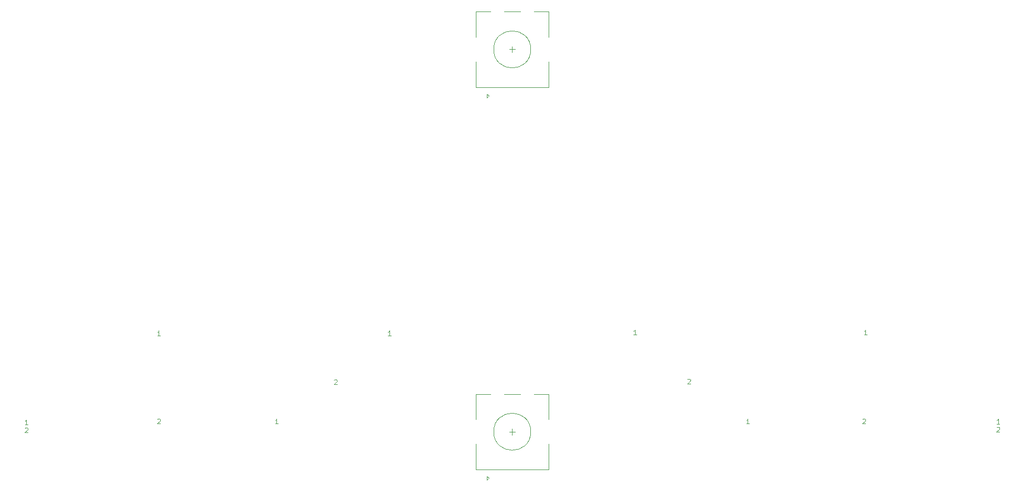
<source format=gbr>
%TF.GenerationSoftware,KiCad,Pcbnew,(7.0.0)*%
%TF.CreationDate,2023-12-26T23:33:14+01:00*%
%TF.ProjectId,Infernum HS,496e6665-726e-4756-9d20-48532e6b6963,rev?*%
%TF.SameCoordinates,Original*%
%TF.FileFunction,Legend,Top*%
%TF.FilePolarity,Positive*%
%FSLAX46Y46*%
G04 Gerber Fmt 4.6, Leading zero omitted, Abs format (unit mm)*
G04 Created by KiCad (PCBNEW (7.0.0)) date 2023-12-26 23:33:14*
%MOMM*%
%LPD*%
G01*
G04 APERTURE LIST*
%ADD10C,0.100000*%
%ADD11C,0.120000*%
G04 APERTURE END LIST*
D10*
X79603571Y-152839654D02*
X79146428Y-152839654D01*
X79375000Y-152839654D02*
X79375000Y-152039654D01*
X79375000Y-152039654D02*
X79298809Y-152153940D01*
X79298809Y-152153940D02*
X79222619Y-152230130D01*
X79222619Y-152230130D02*
X79146428Y-152268226D01*
X79146428Y-153411845D02*
X79184524Y-153373750D01*
X79184524Y-153373750D02*
X79260714Y-153335654D01*
X79260714Y-153335654D02*
X79451190Y-153335654D01*
X79451190Y-153335654D02*
X79527381Y-153373750D01*
X79527381Y-153373750D02*
X79565476Y-153411845D01*
X79565476Y-153411845D02*
X79603571Y-153488035D01*
X79603571Y-153488035D02*
X79603571Y-153564226D01*
X79603571Y-153564226D02*
X79565476Y-153678511D01*
X79565476Y-153678511D02*
X79108333Y-154135654D01*
X79108333Y-154135654D02*
X79603571Y-154135654D01*
X120084821Y-152693904D02*
X119627678Y-152693904D01*
X119856250Y-152693904D02*
X119856250Y-151893904D01*
X119856250Y-151893904D02*
X119780059Y-152008190D01*
X119780059Y-152008190D02*
X119703869Y-152084380D01*
X119703869Y-152084380D02*
X119627678Y-152122476D01*
X100577678Y-151970095D02*
X100615774Y-151932000D01*
X100615774Y-151932000D02*
X100691964Y-151893904D01*
X100691964Y-151893904D02*
X100882440Y-151893904D01*
X100882440Y-151893904D02*
X100958631Y-151932000D01*
X100958631Y-151932000D02*
X100996726Y-151970095D01*
X100996726Y-151970095D02*
X101034821Y-152046285D01*
X101034821Y-152046285D02*
X101034821Y-152122476D01*
X101034821Y-152122476D02*
X100996726Y-152236761D01*
X100996726Y-152236761D02*
X100539583Y-152693904D01*
X100539583Y-152693904D02*
X101034821Y-152693904D01*
X138341071Y-138406404D02*
X137883928Y-138406404D01*
X138112500Y-138406404D02*
X138112500Y-137606404D01*
X138112500Y-137606404D02*
X138036309Y-137720690D01*
X138036309Y-137720690D02*
X137960119Y-137796880D01*
X137960119Y-137796880D02*
X137883928Y-137834976D01*
X101034821Y-138406404D02*
X100577678Y-138406404D01*
X100806250Y-138406404D02*
X100806250Y-137606404D01*
X100806250Y-137606404D02*
X100730059Y-137720690D01*
X100730059Y-137720690D02*
X100653869Y-137796880D01*
X100653869Y-137796880D02*
X100577678Y-137834976D01*
X101034821Y-138406404D02*
X100577678Y-138406404D01*
X100806250Y-138406404D02*
X100806250Y-137606404D01*
X100806250Y-137606404D02*
X100730059Y-137720690D01*
X100730059Y-137720690D02*
X100653869Y-137796880D01*
X100653869Y-137796880D02*
X100577678Y-137834976D01*
X196284821Y-152693904D02*
X195827678Y-152693904D01*
X196056250Y-152693904D02*
X196056250Y-151893904D01*
X196056250Y-151893904D02*
X195980059Y-152008190D01*
X195980059Y-152008190D02*
X195903869Y-152084380D01*
X195903869Y-152084380D02*
X195827678Y-152122476D01*
X186302678Y-145493095D02*
X186340774Y-145455000D01*
X186340774Y-145455000D02*
X186416964Y-145416904D01*
X186416964Y-145416904D02*
X186607440Y-145416904D01*
X186607440Y-145416904D02*
X186683631Y-145455000D01*
X186683631Y-145455000D02*
X186721726Y-145493095D01*
X186721726Y-145493095D02*
X186759821Y-145569285D01*
X186759821Y-145569285D02*
X186759821Y-145645476D01*
X186759821Y-145645476D02*
X186721726Y-145759761D01*
X186721726Y-145759761D02*
X186264583Y-146216904D01*
X186264583Y-146216904D02*
X186759821Y-146216904D01*
X120084821Y-152693904D02*
X119627678Y-152693904D01*
X119856250Y-152693904D02*
X119856250Y-151893904D01*
X119856250Y-151893904D02*
X119780059Y-152008190D01*
X119780059Y-152008190D02*
X119703869Y-152084380D01*
X119703869Y-152084380D02*
X119627678Y-152122476D01*
X178028571Y-138279404D02*
X177571428Y-138279404D01*
X177800000Y-138279404D02*
X177800000Y-137479404D01*
X177800000Y-137479404D02*
X177723809Y-137593690D01*
X177723809Y-137593690D02*
X177647619Y-137669880D01*
X177647619Y-137669880D02*
X177571428Y-137707976D01*
X236766071Y-152712654D02*
X236308928Y-152712654D01*
X236537500Y-152712654D02*
X236537500Y-151912654D01*
X236537500Y-151912654D02*
X236461309Y-152026940D01*
X236461309Y-152026940D02*
X236385119Y-152103130D01*
X236385119Y-152103130D02*
X236308928Y-152141226D01*
X236308928Y-153284845D02*
X236347024Y-153246750D01*
X236347024Y-153246750D02*
X236423214Y-153208654D01*
X236423214Y-153208654D02*
X236613690Y-153208654D01*
X236613690Y-153208654D02*
X236689881Y-153246750D01*
X236689881Y-153246750D02*
X236727976Y-153284845D01*
X236727976Y-153284845D02*
X236766071Y-153361035D01*
X236766071Y-153361035D02*
X236766071Y-153437226D01*
X236766071Y-153437226D02*
X236727976Y-153551511D01*
X236727976Y-153551511D02*
X236270833Y-154008654D01*
X236270833Y-154008654D02*
X236766071Y-154008654D01*
X214629024Y-151970095D02*
X214667120Y-151932000D01*
X214667120Y-151932000D02*
X214743310Y-151893904D01*
X214743310Y-151893904D02*
X214933786Y-151893904D01*
X214933786Y-151893904D02*
X215009977Y-151932000D01*
X215009977Y-151932000D02*
X215048072Y-151970095D01*
X215048072Y-151970095D02*
X215086167Y-152046285D01*
X215086167Y-152046285D02*
X215086167Y-152122476D01*
X215086167Y-152122476D02*
X215048072Y-152236761D01*
X215048072Y-152236761D02*
X214590929Y-152693904D01*
X214590929Y-152693904D02*
X215086167Y-152693904D01*
X138341071Y-138406404D02*
X137883928Y-138406404D01*
X138112500Y-138406404D02*
X138112500Y-137606404D01*
X138112500Y-137606404D02*
X138036309Y-137720690D01*
X138036309Y-137720690D02*
X137960119Y-137796880D01*
X137960119Y-137796880D02*
X137883928Y-137834976D01*
X129152678Y-145620095D02*
X129190774Y-145582000D01*
X129190774Y-145582000D02*
X129266964Y-145543904D01*
X129266964Y-145543904D02*
X129457440Y-145543904D01*
X129457440Y-145543904D02*
X129533631Y-145582000D01*
X129533631Y-145582000D02*
X129571726Y-145620095D01*
X129571726Y-145620095D02*
X129609821Y-145696285D01*
X129609821Y-145696285D02*
X129609821Y-145772476D01*
X129609821Y-145772476D02*
X129571726Y-145886761D01*
X129571726Y-145886761D02*
X129114583Y-146343904D01*
X129114583Y-146343904D02*
X129609821Y-146343904D01*
X100577678Y-151970095D02*
X100615774Y-151932000D01*
X100615774Y-151932000D02*
X100691964Y-151893904D01*
X100691964Y-151893904D02*
X100882440Y-151893904D01*
X100882440Y-151893904D02*
X100958631Y-151932000D01*
X100958631Y-151932000D02*
X100996726Y-151970095D01*
X100996726Y-151970095D02*
X101034821Y-152046285D01*
X101034821Y-152046285D02*
X101034821Y-152122476D01*
X101034821Y-152122476D02*
X100996726Y-152236761D01*
X100996726Y-152236761D02*
X100539583Y-152693904D01*
X100539583Y-152693904D02*
X101034821Y-152693904D01*
X129152678Y-145620095D02*
X129190774Y-145582000D01*
X129190774Y-145582000D02*
X129266964Y-145543904D01*
X129266964Y-145543904D02*
X129457440Y-145543904D01*
X129457440Y-145543904D02*
X129533631Y-145582000D01*
X129533631Y-145582000D02*
X129571726Y-145620095D01*
X129571726Y-145620095D02*
X129609821Y-145696285D01*
X129609821Y-145696285D02*
X129609821Y-145772476D01*
X129609821Y-145772476D02*
X129571726Y-145886761D01*
X129571726Y-145886761D02*
X129114583Y-146343904D01*
X129114583Y-146343904D02*
X129609821Y-146343904D01*
X79603571Y-152839654D02*
X79146428Y-152839654D01*
X79375000Y-152839654D02*
X79375000Y-152039654D01*
X79375000Y-152039654D02*
X79298809Y-152153940D01*
X79298809Y-152153940D02*
X79222619Y-152230130D01*
X79222619Y-152230130D02*
X79146428Y-152268226D01*
X79146428Y-153411845D02*
X79184524Y-153373750D01*
X79184524Y-153373750D02*
X79260714Y-153335654D01*
X79260714Y-153335654D02*
X79451190Y-153335654D01*
X79451190Y-153335654D02*
X79527381Y-153373750D01*
X79527381Y-153373750D02*
X79565476Y-153411845D01*
X79565476Y-153411845D02*
X79603571Y-153488035D01*
X79603571Y-153488035D02*
X79603571Y-153564226D01*
X79603571Y-153564226D02*
X79565476Y-153678511D01*
X79565476Y-153678511D02*
X79108333Y-154135654D01*
X79108333Y-154135654D02*
X79603571Y-154135654D01*
X215334821Y-138279404D02*
X214877678Y-138279404D01*
X215106250Y-138279404D02*
X215106250Y-137479404D01*
X215106250Y-137479404D02*
X215030059Y-137593690D01*
X215030059Y-137593690D02*
X214953869Y-137669880D01*
X214953869Y-137669880D02*
X214877678Y-137707976D01*
D11*
%TO.C,SW1*%
X153856250Y-99875000D02*
X153856250Y-99275000D01*
X154156250Y-99575000D02*
X153856250Y-99875000D01*
X153856250Y-99275000D02*
X154156250Y-99575000D01*
X152056250Y-98175000D02*
X163856250Y-98175000D01*
X152056250Y-94075000D02*
X152056250Y-98175000D01*
X163856250Y-94075000D02*
X163856250Y-98175000D01*
X157956250Y-92575000D02*
X157956250Y-91575000D01*
X157456250Y-92075000D02*
X158456250Y-92075000D01*
X152056250Y-90075000D02*
X152056250Y-85975000D01*
X152056250Y-85975000D02*
X154456250Y-85975000D01*
X156656250Y-85975000D02*
X159256250Y-85975000D01*
X161456250Y-85975000D02*
X163856250Y-85975000D01*
X163856250Y-85975000D02*
X163856250Y-90075000D01*
X160956250Y-92075000D02*
G75*
G03*
X160956250Y-92075000I-3000000J0D01*
G01*
%TO.C,SW2*%
X153856250Y-161787500D02*
X153856250Y-161187500D01*
X154156250Y-161487500D02*
X153856250Y-161787500D01*
X153856250Y-161187500D02*
X154156250Y-161487500D01*
X152056250Y-160087500D02*
X163856250Y-160087500D01*
X152056250Y-155987500D02*
X152056250Y-160087500D01*
X163856250Y-155987500D02*
X163856250Y-160087500D01*
X157956250Y-154487500D02*
X157956250Y-153487500D01*
X157456250Y-153987500D02*
X158456250Y-153987500D01*
X152056250Y-151987500D02*
X152056250Y-147887500D01*
X152056250Y-147887500D02*
X154456250Y-147887500D01*
X156656250Y-147887500D02*
X159256250Y-147887500D01*
X161456250Y-147887500D02*
X163856250Y-147887500D01*
X163856250Y-147887500D02*
X163856250Y-151987500D01*
X160956250Y-153987500D02*
G75*
G03*
X160956250Y-153987500I-3000000J0D01*
G01*
%TD*%
M02*

</source>
